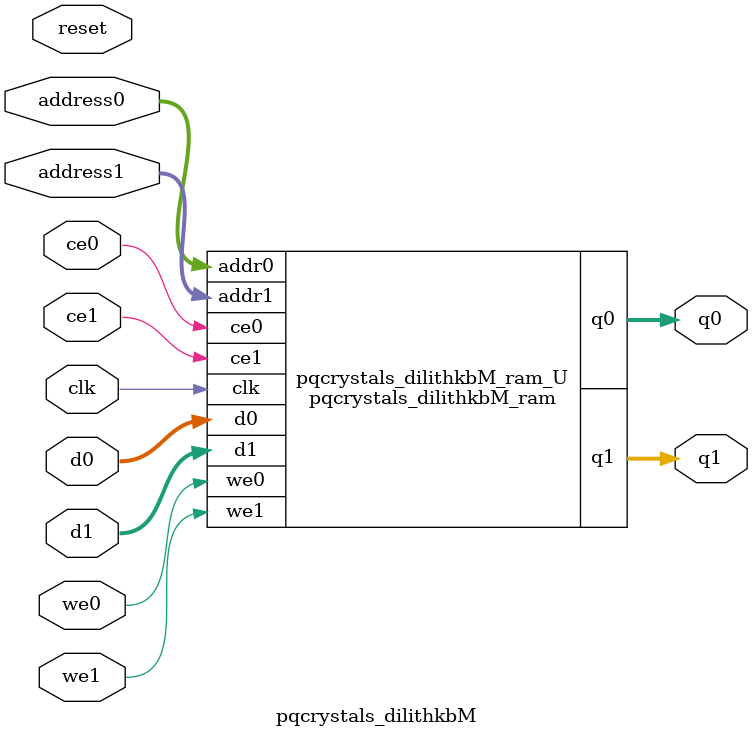
<source format=v>
`timescale 1 ns / 1 ps
module pqcrystals_dilithkbM_ram (addr0, ce0, d0, we0, q0, addr1, ce1, d1, we1, q1,  clk);

parameter DWIDTH = 32;
parameter AWIDTH = 8;
parameter MEM_SIZE = 256;

input[AWIDTH-1:0] addr0;
input ce0;
input[DWIDTH-1:0] d0;
input we0;
output reg[DWIDTH-1:0] q0;
input[AWIDTH-1:0] addr1;
input ce1;
input[DWIDTH-1:0] d1;
input we1;
output reg[DWIDTH-1:0] q1;
input clk;

(* ram_style = "block" *)reg [DWIDTH-1:0] ram[0:MEM_SIZE-1];




always @(posedge clk)  
begin 
    if (ce0) begin
        if (we0) 
            ram[addr0] <= d0; 
        q0 <= ram[addr0];
    end
end


always @(posedge clk)  
begin 
    if (ce1) begin
        if (we1) 
            ram[addr1] <= d1; 
        q1 <= ram[addr1];
    end
end


endmodule

`timescale 1 ns / 1 ps
module pqcrystals_dilithkbM(
    reset,
    clk,
    address0,
    ce0,
    we0,
    d0,
    q0,
    address1,
    ce1,
    we1,
    d1,
    q1);

parameter DataWidth = 32'd32;
parameter AddressRange = 32'd256;
parameter AddressWidth = 32'd8;
input reset;
input clk;
input[AddressWidth - 1:0] address0;
input ce0;
input we0;
input[DataWidth - 1:0] d0;
output[DataWidth - 1:0] q0;
input[AddressWidth - 1:0] address1;
input ce1;
input we1;
input[DataWidth - 1:0] d1;
output[DataWidth - 1:0] q1;



pqcrystals_dilithkbM_ram pqcrystals_dilithkbM_ram_U(
    .clk( clk ),
    .addr0( address0 ),
    .ce0( ce0 ),
    .we0( we0 ),
    .d0( d0 ),
    .q0( q0 ),
    .addr1( address1 ),
    .ce1( ce1 ),
    .we1( we1 ),
    .d1( d1 ),
    .q1( q1 ));

endmodule


</source>
